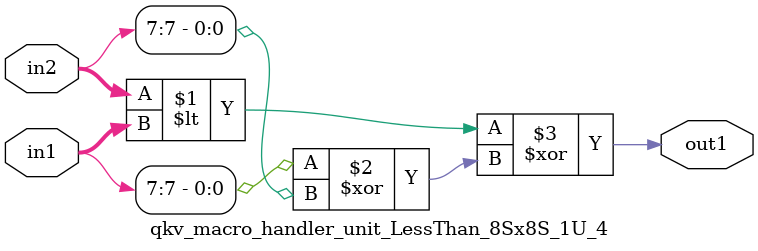
<source format=v>

`timescale 1ps / 1ps


module qkv_macro_handler_unit_LessThan_8Sx8S_1U_4( in2, in1, out1 );

    input [7:0] in2;
    input [7:0] in1;
    output out1;

    
    // rtl_process:qkv_macro_handler_unit_LessThan_8Sx8S_1U_4/qkv_macro_handler_unit_LessThan_8Sx8S_1U_4_thread_1
    assign out1 = (in2 < in1 ^ (in1[7] ^ in2[7]));

endmodule


</source>
